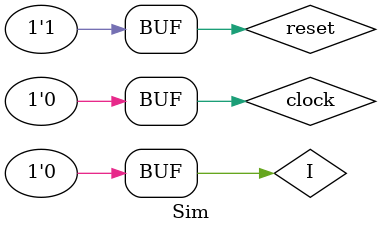
<source format=v>
`timescale 1ns / 1ps


module Sim;
	// Inputs
	reg I;
	reg clock;
	reg reset;

	// Outputs
	wire Z;
	wire A;
	wire B;

	// Instantiate the Unit Under Test (UUT)
	Moore_sequential uut (
		.Z(Z), 
		.A(A), 
		.B(B), 
		.I(I), 
		.clock(clock), 
		.reset(reset)
		);
	
		// Initialize Inputs
		initial begin 
		   I = 0;
		   clock = 0;
		   reset = 1;
		   #2 reset = 0;
			#2 reset = 1;
		   
		repeat (22)
			#5 clock = ~ clock; //used to generate 15 clock cycles
		end
 
		// Add stimulus here
		initial begin
			#10 I = 1; //Change the input patterns to fully simulate your circuit
			#20 I = 0;
			#20 I = 1;
			#10 I = 0;
			#10 I = 1;
			#10 I = 0;
			#20 I = 1;
			#10 I = 0;
		end
endmodule


</source>
